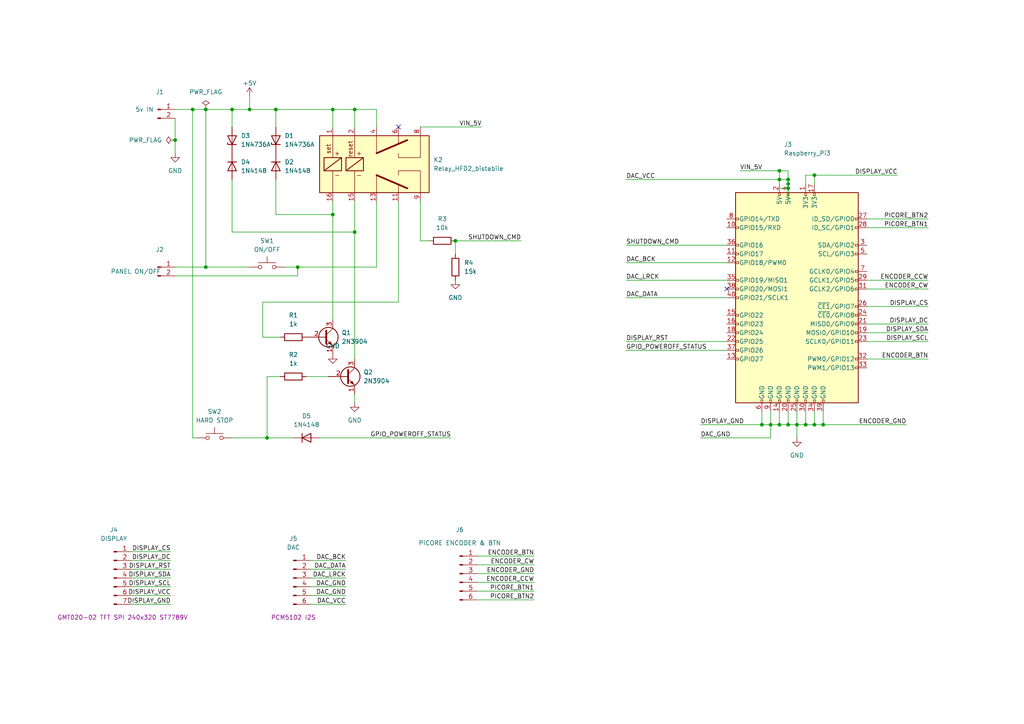
<source format=kicad_sch>
(kicad_sch (version 20230121) (generator eeschema)
  (paper "A4")
  (title_block (title "piCore Hat") (date "2024-02-08") (rev "1.0.0") (company "Ivan Tarozzi") (comment 2 "itarozzi@gmail.com") (comment 3 "ivan.tarozzi@fablabromagna.org"))
  (lib_symbols
    (symbol "Connector:Conn_01x02_Pin" (pin_names (offset 1.016) hide)
      (property "Reference" "J" (at 0 2.54 0))
      (property "Value" "Conn_01x02_Pin" (at 0 -5.08 0))
      (symbol "Conn_01x02_Pin_1_1"
        (polyline (pts (xy 1.27 -2.54) (xy 0.8636 -2.54)) (stroke (width 0.1524)))
        (polyline (pts (xy 1.27 0) (xy 0.8636 0)) (stroke (width 0.1524)))
        (rectangle (start 0.8636 -2.413) (end 0 -2.667) (stroke (width 0.1524)) (fill (type outline)))
        (rectangle (start 0.8636 0.127) (end 0 -0.127) (stroke (width 0.1524)) (fill (type outline)))
        (pin passive line (at 5.08 0 180) (length 3.81) (name "Pin_1") (number "1"))
        (pin passive line (at 5.08 -2.54 180) (length 3.81) (name "Pin_2") (number "2"))
      )
    )
    (symbol "Connector:Conn_01x06_Pin" (pin_names (offset 1.016) hide)
      (property "Reference" "J" (at 0 7.62 0))
      (property "Value" "Conn_01x06_Pin" (at 0 -10.16 0))
      (symbol "Conn_01x06_Pin_1_1"
        (polyline (pts (xy 1.27 -7.62) (xy 0.8636 -7.62)) (stroke (width 0.1524)))
        (polyline (pts (xy 1.27 -5.08) (xy 0.8636 -5.08)) (stroke (width 0.1524)))
        (polyline (pts (xy 1.27 -2.54) (xy 0.8636 -2.54)) (stroke (width 0.1524)))
        (polyline (pts (xy 1.27 0) (xy 0.8636 0)) (stroke (width 0.1524)))
        (polyline (pts (xy 1.27 2.54) (xy 0.8636 2.54)) (stroke (width 0.1524)))
        (polyline (pts (xy 1.27 5.08) (xy 0.8636 5.08)) (stroke (width 0.1524)))
        (rectangle (start 0.8636 -7.493) (end 0 -7.747) (stroke (width 0.1524)) (fill (type outline)))
        (rectangle (start 0.8636 -4.953) (end 0 -5.207) (stroke (width 0.1524)) (fill (type outline)))
        (rectangle (start 0.8636 -2.413) (end 0 -2.667) (stroke (width 0.1524)) (fill (type outline)))
        (rectangle (start 0.8636 0.127) (end 0 -0.127) (stroke (width 0.1524)) (fill (type outline)))
        (rectangle (start 0.8636 2.667) (end 0 2.413) (stroke (width 0.1524)) (fill (type outline)))
        (rectangle (start 0.8636 5.207) (end 0 4.953) (stroke (width 0.1524)) (fill (type outline)))
        (pin passive line (at 5.08 5.08 180) (length 3.81) (name "Pin_1") (number "1"))
        (pin passive line (at 5.08 2.54 180) (length 3.81) (name "Pin_2") (number "2"))
        (pin passive line (at 5.08 0 180) (length 3.81) (name "Pin_3") (number "3"))
        (pin passive line (at 5.08 -2.54 180) (length 3.81) (name "Pin_4") (number "4"))
        (pin passive line (at 5.08 -5.08 180) (length 3.81) (name "Pin_5") (number "5"))
        (pin passive line (at 5.08 -7.62 180) (length 3.81) (name "Pin_6") (number "6"))
      )
    )
    (symbol "Connector:Conn_01x07_Pin" (pin_names (offset 1.016) hide)
      (property "Reference" "J" (at 0 10.16 0))
      (property "Value" "Conn_01x07_Pin" (at 0 -10.16 0))
      (symbol "Conn_01x07_Pin_1_1"
        (polyline (pts (xy 1.27 -7.62) (xy 0.8636 -7.62)) (stroke (width 0.1524)))
        (polyline (pts (xy 1.27 -5.08) (xy 0.8636 -5.08)) (stroke (width 0.1524)))
        (polyline (pts (xy 1.27 -2.54) (xy 0.8636 -2.54)) (stroke (width 0.1524)))
        (polyline (pts (xy 1.27 0) (xy 0.8636 0)) (stroke (width 0.1524)))
        (polyline (pts (xy 1.27 2.54) (xy 0.8636 2.54)) (stroke (width 0.1524)))
        (polyline (pts (xy 1.27 5.08) (xy 0.8636 5.08)) (stroke (width 0.1524)))
        (polyline (pts (xy 1.27 7.62) (xy 0.8636 7.62)) (stroke (width 0.1524)))
        (rectangle (start 0.8636 -7.493) (end 0 -7.747) (stroke (width 0.1524)) (fill (type outline)))
        (rectangle (start 0.8636 -4.953) (end 0 -5.207) (stroke (width 0.1524)) (fill (type outline)))
        (rectangle (start 0.8636 -2.413) (end 0 -2.667) (stroke (width 0.1524)) (fill (type outline)))
        (rectangle (start 0.8636 0.127) (end 0 -0.127) (stroke (width 0.1524)) (fill (type outline)))
        (rectangle (start 0.8636 2.667) (end 0 2.413) (stroke (width 0.1524)) (fill (type outline)))
        (rectangle (start 0.8636 5.207) (end 0 4.953) (stroke (width 0.1524)) (fill (type outline)))
        (rectangle (start 0.8636 7.747) (end 0 7.493) (stroke (width 0.1524)) (fill (type outline)))
        (pin passive line (at 5.08 7.62 180) (length 3.81) (name "Pin_1") (number "1"))
        (pin passive line (at 5.08 5.08 180) (length 3.81) (name "Pin_2") (number "2"))
        (pin passive line (at 5.08 2.54 180) (length 3.81) (name "Pin_3") (number "3"))
        (pin passive line (at 5.08 0 180) (length 3.81) (name "Pin_4") (number "4"))
        (pin passive line (at 5.08 -2.54 180) (length 3.81) (name "Pin_5") (number "5"))
        (pin passive line (at 5.08 -5.08 180) (length 3.81) (name "Pin_6") (number "6"))
        (pin passive line (at 5.08 -7.62 180) (length 3.81) (name "Pin_7") (number "7"))
      )
    )
    (symbol "Connector:Raspberry_Pi_2_3" (pin_names (offset 1.016))
      (property "Reference" "J" (at -17.78 31.75 0))
      (property "Value" "Raspberry_Pi_2_3" (at 10.16 -31.75 0))
      (symbol "Raspberry_Pi_2_3_0_1"
        (rectangle (start -17.78 30.48) (end 17.78 -30.48) (stroke (width 0.254)) (fill (type background)))
      )
      (symbol "Raspberry_Pi_2_3_1_1"
        (rectangle (start -16.891 -17.526) (end -17.78 -18.034))
        (rectangle (start -16.891 -14.986) (end -17.78 -15.494))
        (rectangle (start -16.891 -12.446) (end -17.78 -12.954))
        (rectangle (start -16.891 -9.906) (end -17.78 -10.414))
        (rectangle (start -16.891 -7.366) (end -17.78 -7.874))
        (rectangle (start -16.891 -4.826) (end -17.78 -5.334))
        (rectangle (start -16.891 0.254) (end -17.78 -0.254))
        (rectangle (start -16.891 2.794) (end -17.78 2.286))
        (rectangle (start -16.891 5.334) (end -17.78 4.826))
        (rectangle (start -16.891 10.414) (end -17.78 9.906))
        (rectangle (start -16.891 12.954) (end -17.78 12.446))
        (rectangle (start -16.891 15.494) (end -17.78 14.986))
        (rectangle (start -16.891 20.574) (end -17.78 20.066))
        (rectangle (start -16.891 23.114) (end -17.78 22.606))
        (rectangle (start -10.414 -29.591) (end -9.906 -30.48))
        (rectangle (start -7.874 -29.591) (end -7.366 -30.48))
        (rectangle (start -5.334 -29.591) (end -4.826 -30.48))
        (rectangle (start -5.334 30.48) (end -4.826 29.591))
        (rectangle (start -2.794 -29.591) (end -2.286 -30.48))
        (rectangle (start -2.794 30.48) (end -2.286 29.591))
        (rectangle (start -0.254 -29.591) (end 0.254 -30.48))
        (rectangle (start 2.286 -29.591) (end 2.794 -30.48))
        (rectangle (start 2.286 30.48) (end 2.794 29.591))
        (rectangle (start 4.826 -29.591) (end 5.334 -30.48))
        (rectangle (start 4.826 30.48) (end 5.334 29.591))
        (rectangle (start 7.366 -29.591) (end 7.874 -30.48))
        (rectangle (start 17.78 -20.066) (end 16.891 -20.574))
        (rectangle (start 17.78 -17.526) (end 16.891 -18.034))
        (rectangle (start 17.78 -12.446) (end 16.891 -12.954))
        (rectangle (start 17.78 -9.906) (end 16.891 -10.414))
        (rectangle (start 17.78 -7.366) (end 16.891 -7.874))
        (rectangle (start 17.78 -4.826) (end 16.891 -5.334))
        (rectangle (start 17.78 -2.286) (end 16.891 -2.794))
        (rectangle (start 17.78 2.794) (end 16.891 2.286))
        (rectangle (start 17.78 5.334) (end 16.891 4.826))
        (rectangle (start 17.78 7.874) (end 16.891 7.366))
        (rectangle (start 17.78 12.954) (end 16.891 12.446))
        (rectangle (start 17.78 15.494) (end 16.891 14.986))
        (rectangle (start 17.78 20.574) (end 16.891 20.066))
        (rectangle (start 17.78 23.114) (end 16.891 22.606))
        (pin power_in line (at 2.54 33.02 270) (length 2.54) (name "3V3") (number "1"))
        (pin bidirectional line (at -20.32 20.32 0) (length 2.54) (name "GPIO15/RXD") (number "10"))
        (pin bidirectional line (at -20.32 12.7 0) (length 2.54) (name "GPIO17") (number "11"))
        (pin bidirectional line (at -20.32 10.16 0) (length 2.54) (name "GPIO18/PWM0") (number "12"))
        (pin bidirectional line (at -20.32 -17.78 0) (length 2.54) (name "GPIO27") (number "13"))
        (pin power_in line (at -5.08 -33.02 90) (length 2.54) (name "GND") (number "14"))
        (pin bidirectional line (at -20.32 -5.08 0) (length 2.54) (name "GPIO22") (number "15"))
        (pin bidirectional line (at -20.32 -7.62 0) (length 2.54) (name "GPIO23") (number "16"))
        (pin power_in line (at 5.08 33.02 270) (length 2.54) (name "3V3") (number "17"))
        (pin bidirectional line (at -20.32 -10.16 0) (length 2.54) (name "GPIO24") (number "18"))
        (pin bidirectional line (at 20.32 -10.16 180) (length 2.54) (name "MOSI0/GPIO10") (number "19"))
        (pin power_in line (at -5.08 33.02 270) (length 2.54) (name "5V") (number "2"))
        (pin power_in line (at -2.54 -33.02 90) (length 2.54) (name "GND") (number "20"))
        (pin bidirectional line (at 20.32 -7.62 180) (length 2.54) (name "MISO0/GPIO9") (number "21"))
        (pin bidirectional line (at -20.32 -12.7 0) (length 2.54) (name "GPIO25") (number "22"))
        (pin bidirectional line (at 20.32 -12.7 180) (length 2.54) (name "SCLK0/GPIO11") (number "23"))
        (pin bidirectional line (at 20.32 -5.08 180) (length 2.54) (name "~{CE0}/GPIO8") (number "24"))
        (pin power_in line (at 0 -33.02 90) (length 2.54) (name "GND") (number "25"))
        (pin bidirectional line (at 20.32 -2.54 180) (length 2.54) (name "~{CE1}/GPIO7") (number "26"))
        (pin bidirectional line (at 20.32 22.86 180) (length 2.54) (name "ID_SD/GPIO0") (number "27"))
        (pin bidirectional line (at 20.32 20.32 180) (length 2.54) (name "ID_SC/GPIO1") (number "28"))
        (pin bidirectional line (at 20.32 5.08 180) (length 2.54) (name "GCLK1/GPIO5") (number "29"))
        (pin bidirectional line (at 20.32 15.24 180) (length 2.54) (name "SDA/GPIO2") (number "3"))
        (pin power_in line (at 2.54 -33.02 90) (length 2.54) (name "GND") (number "30"))
        (pin bidirectional line (at 20.32 2.54 180) (length 2.54) (name "GCLK2/GPIO6") (number "31"))
        (pin bidirectional line (at 20.32 -17.78 180) (length 2.54) (name "PWM0/GPIO12") (number "32"))
        (pin bidirectional line (at 20.32 -20.32 180) (length 2.54) (name "PWM1/GPIO13") (number "33"))
        (pin power_in line (at 5.08 -33.02 90) (length 2.54) (name "GND") (number "34"))
        (pin bidirectional line (at -20.32 5.08 0) (length 2.54) (name "GPIO19/MISO1") (number "35"))
        (pin bidirectional line (at -20.32 15.24 0) (length 2.54) (name "GPIO16") (number "36"))
        (pin bidirectional line (at -20.32 -15.24 0) (length 2.54) (name "GPIO26") (number "37"))
        (pin bidirectional line (at -20.32 2.54 0) (length 2.54) (name "GPIO20/MOSI1") (number "38"))
        (pin power_in line (at 7.62 -33.02 90) (length 2.54) (name "GND") (number "39"))
        (pin power_in line (at -2.54 33.02 270) (length 2.54) (name "5V") (number "4"))
        (pin bidirectional line (at -20.32 0 0) (length 2.54) (name "GPIO21/SCLK1") (number "40"))
        (pin bidirectional line (at 20.32 12.7 180) (length 2.54) (name "SCL/GPIO3") (number "5"))
        (pin power_in line (at -10.16 -33.02 90) (length 2.54) (name "GND") (number "6"))
        (pin bidirectional line (at 20.32 7.62 180) (length 2.54) (name "GCLK0/GPIO4") (number "7"))
        (pin bidirectional line (at -20.32 22.86 0) (length 2.54) (name "GPIO14/TXD") (number "8"))
        (pin power_in line (at -7.62 -33.02 90) (length 2.54) (name "GND") (number "9"))
      )
    )
    (symbol "Device:D_Zener" (pin_numbers hide) (pin_names (offset 1.016) hide)
      (property "Reference" "D" (at 0 2.54 0))
      (property "Value" "D_Zener" (at 0 -2.54 0))
      (symbol "D_Zener_0_1"
        (polyline (pts (xy 1.27 0) (xy -1.27 0)))
        (polyline (pts (xy -1.27 -1.27) (xy -1.27 1.27) (xy -0.762 1.27)) (stroke (width 0.254)))
        (polyline (pts (xy 1.27 -1.27) (xy 1.27 1.27) (xy -1.27 0) (xy 1.27 -1.27)) (stroke (width 0.254)))
      )
      (symbol "D_Zener_1_1"
        (pin passive line (at -3.81 0 0) (length 2.54) (name "K") (number "1"))
        (pin passive line (at 3.81 0 180) (length 2.54) (name "A") (number "2"))
      )
    )
    (symbol "Device:R" (pin_numbers hide) (pin_names (offset 0))
      (property "Reference" "R" (at 2.032 0 90))
      (property "Value" "R" (at 0 0 90))
      (symbol "R_0_1"
        (rectangle (start -1.016 -2.54) (end 1.016 2.54) (stroke (width 0.254)))
      )
      (symbol "R_1_1"
        (pin passive line (at 0 3.81 270) (length 1.27) (name "~") (number "1"))
        (pin passive line (at 0 -3.81 90) (length 1.27) (name "~") (number "2"))
      )
    )
    (symbol "Diode:1N4148" (pin_numbers hide) (pin_names hide)
      (property "Reference" "D" (at 0 2.54 0))
      (property "Value" "1N4148" (at 0 -2.54 0))
      (symbol "1N4148_0_1"
        (polyline (pts (xy -1.27 1.27) (xy -1.27 -1.27)) (stroke (width 0.254)))
        (polyline (pts (xy 1.27 0) (xy -1.27 0)))
        (polyline (pts (xy 1.27 1.27) (xy 1.27 -1.27) (xy -1.27 0) (xy 1.27 1.27)) (stroke (width 0.254)))
      )
      (symbol "1N4148_1_1"
        (pin passive line (at -3.81 0 0) (length 2.54) (name "K") (number "1"))
        (pin passive line (at 3.81 0 180) (length 2.54) (name "A") (number "2"))
      )
    )
    (symbol "Switch:SW_Push" (pin_numbers hide) (pin_names (offset 1.016) hide)
      (property "Reference" "SW" (at 1.27 2.54 0))
      (property "Value" "SW_Push" (at 0 -1.524 0))
      (symbol "SW_Push_0_1"
        (circle (center -2.032 0) (radius 0.508))
        (polyline (pts (xy 0 1.27) (xy 0 3.048)))
        (polyline (pts (xy 2.54 1.27) (xy -2.54 1.27)))
        (circle (center 2.032 0) (radius 0.508))
        (pin passive line (at -5.08 0 0) (length 2.54) (name "1") (number "1"))
        (pin passive line (at 5.08 0 180) (length 2.54) (name "2") (number "2"))
      )
    )
    (symbol "Transistor_BJT:2N3904" (pin_names (offset 0) hide)
      (property "Reference" "Q" (at 5.08 1.905 0))
      (property "Value" "2N3904" (at 5.08 0 0))
      (symbol "2N3904_0_1"
        (polyline (pts (xy 0.635 0.635) (xy 2.54 2.54)))
        (polyline (pts (xy 0.635 -0.635) (xy 2.54 -2.54) (xy 2.54 -2.54)))
        (polyline (pts (xy 0.635 1.905) (xy 0.635 -1.905) (xy 0.635 -1.905)) (stroke (width 0.508)))
        (polyline (pts (xy 1.27 -1.778) (xy 1.778 -1.27) (xy 2.286 -2.286) (xy 1.27 -1.778) (xy 1.27 -1.778)) (fill (type outline)))
        (circle (center 1.27 0) (radius 2.8194) (stroke (width 0.254)))
      )
      (symbol "2N3904_1_1"
        (pin passive line (at 2.54 -5.08 90) (length 2.54) (name "E") (number "1"))
        (pin passive line (at -5.08 0 0) (length 5.715) (name "B") (number "2"))
        (pin passive line (at 2.54 5.08 270) (length 2.54) (name "C") (number "3"))
      )
    )
    (symbol "mycomponents:Relay_HFD2_bistabile"
      (property "Reference" "K" (at 16.51 3.81 0))
      (property "Value" "Relay_HFD2_bistabile" (at 16.51 1.27 0))
      (symbol "Relay_HFD2_bistabile_0_1"
        (rectangle (start -16.51 5.08) (end 15.24 -11.43) (stroke (width 0.254)) (fill (type background)))
        (rectangle (start -15.24 -1.27) (end -10.16 -5.08) (stroke (width 0.254)))
        (rectangle (start -8.89 -1.27) (end -3.81 -5.08) (stroke (width 0.254)))
        (polyline (pts (xy -15.24 -5.08) (xy -10.16 -1.27)) (stroke (width 0.254)))
        (polyline (pts (xy -12.7 -11.43) (xy -12.7 -5.08)))
        (polyline (pts (xy -12.7 5.08) (xy -12.7 -1.27)))
        (polyline (pts (xy -8.89 -5.08) (xy -3.81 -1.27)) (stroke (width 0.254)))
        (polyline (pts (xy -6.35 -11.43) (xy -6.35 -5.08)))
        (polyline (pts (xy -6.35 5.08) (xy -6.35 -1.27)))
        (polyline (pts (xy 0 -6.35) (xy 0 -11.43)))
        (polyline (pts (xy 0 0) (xy 0 5.08)))
        (polyline (pts (xy 6.35 -11.43) (xy 6.35 -8.89)))
        (polyline (pts (xy 6.35 5.08) (xy 6.35 2.54)))
        (polyline (pts (xy 8.89 -10.16) (xy 0 -6.35)) (stroke (width 0.508)))
        (polyline (pts (xy 8.89 3.81) (xy 0 0)) (stroke (width 0.508)))
        (polyline (pts (xy 6.35 -6.35) (xy 6.35 -5.08) (xy 12.7 -5.08) (xy 12.7 -11.43)))
        (polyline (pts (xy 6.35 0) (xy 6.35 -1.27) (xy 12.7 -1.27) (xy 12.7 5.08)))
      )
      (symbol "Relay_HFD2_bistabile_1_1"
        (text "+" (at -11.43 0 0) (effects (font (size 1.27 1.27))))
        (text "+" (at -5.08 0 0) (effects (font (size 1.27 1.27))))
        (text "-" (at -11.43 -6.35 0) (effects (font (size 1.27 1.27))))
        (text "-" (at -5.08 -6.35 0) (effects (font (size 1.27 1.27))))
        (text "reset" (at -7.62 1.27 900) (effects (font (size 1.27 1.27))))
        (text "set" (at -13.97 1.27 900) (effects (font (size 1.27 1.27))))
        (pin passive line (at -12.7 7.62 270) (length 2.54) (name "~") (number "1"))
        (pin passive line (at 6.35 -13.97 90) (length 2.54) (name "~") (number "11"))
        (pin passive line (at 0 -13.97 90) (length 2.54) (name "~") (number "13"))
        (pin passive line (at -6.35 -13.97 90) (length 2.54) (name "") (number "15"))
        (pin passive line (at -12.7 -13.97 90) (length 2.54) (name "") (number "16"))
        (pin passive line (at -6.35 7.62 270) (length 2.54) (name "~") (number "2"))
        (pin passive line (at 0 7.62 270) (length 2.54) (name "~") (number "4"))
        (pin passive line (at 6.35 7.62 270) (length 2.54) (name "~") (number "6"))
        (pin passive line (at 12.7 7.62 270) (length 2.54) (name "") (number "8"))
        (pin passive line (at 12.7 -13.97 90) (length 2.54) (name "") (number "9"))
      )
    )
    (symbol "power:+5V" (power) (pin_names (offset 0))
      (property "Value" "+5V" (at 0 3.556 0))
      (symbol "+5V_0_1"
        (polyline (pts (xy -0.762 1.27) (xy 0 2.54)))
        (polyline (pts (xy 0 0) (xy 0 2.54)))
        (polyline (pts (xy 0 2.54) (xy 0.762 1.27)))
      )
      (symbol "+5V_1_1"
        (pin power_in line (at 0 0 90) (length 0) hide (name "+5V") (number "1"))
      )
    )
    (symbol "power:GND" (power) (pin_names (offset 0))
      (property "Value" "GND" (at 0 -3.81 0))
      (symbol "GND_0_1"
        (polyline (pts (xy 0 0) (xy 0 -1.27) (xy 1.27 -1.27) (xy 0 -2.54) (xy -1.27 -1.27) (xy 0 -1.27)))
      )
      (symbol "GND_1_1"
        (pin power_in line (at 0 0 270) (length 0) hide (name "GND") (number "1"))
      )
    )
    (symbol "power:PWR_FLAG" (power) (pin_numbers hide) (pin_names (offset 0) hide)
      (property "Value" "PWR_FLAG" (at 0 3.81 0))
      (symbol "PWR_FLAG_0_0"
        (pin power_out line (at 0 0 90) (length 0) (name "pwr") (number "1"))
      )
      (symbol "PWR_FLAG_0_1"
        (polyline (pts (xy 0 0) (xy 0 1.27) (xy -1.016 1.905) (xy 0 2.54) (xy 1.016 1.905) (xy 0 1.27)))
      )
    )
  )
  (junction (at 223.52 123.19))
  (junction (at 67.31 31.75))
  (junction (at 50.8 40.64))
  (junction (at 102.87 67.31))
  (junction (at 226.06 52.07))
  (junction (at 231.14 123.19))
  (junction (at 228.6 123.19))
  (junction (at 55.88 31.75))
  (junction (at 236.22 50.8))
  (junction (at 96.52 62.23))
  (junction (at 80.01 31.75))
  (junction (at 72.39 31.75))
  (junction (at 228.6 54.61))
  (junction (at 220.98 123.19))
  (junction (at 226.06 49.53))
  (junction (at 86.36 77.47))
  (junction (at 96.52 31.75))
  (junction (at 59.69 77.47))
  (junction (at 59.69 31.75))
  (junction (at 236.22 123.19))
  (junction (at 228.6 52.07))
  (junction (at 228.6 53.34))
  (junction (at 238.76 123.19))
  (junction (at 132.08 69.85))
  (junction (at 77.47 127))
  (junction (at 226.06 123.19))
  (junction (at 102.87 31.75))
  (junction (at 233.68 123.19))
  (no_connect (at 210.82 83.82))
  (no_connect (at 115.57 36.83))
  (wire (pts (xy 228.6 53.34) (xy 228.6 52.07)))
  (wire (pts (xy 38.1 175.26) (xy 49.53 175.26)))
  (wire (pts (xy 228.6 52.07) (xy 226.06 52.07)))
  (wire (pts (xy 67.31 127) (xy 77.47 127)))
  (wire (pts (xy 80.01 62.23) (xy 80.01 52.07)))
  (wire (pts (xy 251.46 63.5) (xy 269.24 63.5)))
  (wire (pts (xy 181.61 52.07) (xy 226.06 52.07)))
  (wire (pts (xy 251.46 99.06) (xy 269.24 99.06)))
  (wire (pts (xy 77.47 127) (xy 85.09 127)))
  (wire (pts (xy 231.14 123.19) (xy 231.14 127)))
  (wire (pts (xy 220.98 119.38) (xy 220.98 123.19)))
  (wire (pts (xy 181.61 76.2) (xy 210.82 76.2)))
  (wire (pts (xy 181.61 86.36) (xy 210.82 86.36)))
  (wire (pts (xy 228.6 54.61) (xy 228.6 53.34)))
  (wire (pts (xy 251.46 81.28) (xy 269.24 81.28)))
  (wire (pts (xy 67.31 52.07) (xy 67.31 67.31)))
  (wire (pts (xy 90.17 170.18) (xy 100.33 170.18)))
  (wire (pts (xy 86.36 77.47) (xy 109.22 77.47)))
  (wire (pts (xy 233.68 123.19) (xy 236.22 123.19)))
  (wire (pts (xy 251.46 93.98) (xy 269.24 93.98)))
  (wire (pts (xy 238.76 123.19) (xy 236.22 123.19)))
  (wire (pts (xy 90.17 165.1) (xy 100.33 165.1)))
  (wire (pts (xy 138.43 173.99) (xy 154.94 173.99)))
  (wire (pts (xy 109.22 31.75) (xy 109.22 36.83)))
  (wire (pts (xy 102.87 116.84) (xy 102.87 114.3)))
  (wire (pts (xy 38.1 172.72) (xy 49.53 172.72)))
  (wire (pts (xy 214.63 49.53) (xy 226.06 49.53)))
  (wire (pts (xy 228.6 52.07) (xy 228.6 49.53)))
  (wire (pts (xy 138.43 166.37) (xy 154.94 166.37)))
  (wire (pts (xy 109.22 77.47) (xy 109.22 58.42)))
  (wire (pts (xy 102.87 58.42) (xy 102.87 67.31)))
  (wire (pts (xy 96.52 58.42) (xy 96.52 62.23)))
  (wire (pts (xy 251.46 96.52) (xy 269.24 96.52)))
  (wire (pts (xy 80.01 31.75) (xy 96.52 31.75)))
  (wire (pts (xy 67.31 67.31) (xy 102.87 67.31)))
  (wire (pts (xy 181.61 81.28) (xy 210.82 81.28)))
  (wire (pts (xy 233.68 119.38) (xy 233.68 123.19)))
  (wire (pts (xy 92.71 127) (xy 130.81 127)))
  (wire (pts (xy 233.68 53.34) (xy 233.68 50.8)))
  (wire (pts (xy 38.1 160.02) (xy 49.53 160.02)))
  (wire (pts (xy 80.01 31.75) (xy 72.39 31.75)))
  (wire (pts (xy 181.61 71.12) (xy 210.82 71.12)))
  (wire (pts (xy 38.1 167.64) (xy 49.53 167.64)))
  (wire (pts (xy 50.8 34.29) (xy 50.8 40.64)))
  (wire (pts (xy 115.57 58.42) (xy 115.57 87.63)))
  (wire (pts (xy 90.17 175.26) (xy 100.33 175.26)))
  (wire (pts (xy 238.76 123.19) (xy 262.89 123.19)))
  (wire (pts (xy 181.61 101.6) (xy 210.82 101.6)))
  (wire (pts (xy 77.47 109.22) (xy 81.28 109.22)))
  (wire (pts (xy 38.1 162.56) (xy 49.53 162.56)))
  (wire (pts (xy 228.6 119.38) (xy 228.6 123.19)))
  (wire (pts (xy 90.17 162.56) (xy 100.33 162.56)))
  (wire (pts (xy 228.6 54.61) (xy 226.06 54.61)))
  (wire (pts (xy 76.2 87.63) (xy 76.2 97.79)))
  (wire (pts (xy 228.6 49.53) (xy 226.06 49.53)))
  (wire (pts (xy 121.92 69.85) (xy 121.92 58.42)))
  (wire (pts (xy 102.87 31.75) (xy 102.87 36.83)))
  (wire (pts (xy 226.06 119.38) (xy 226.06 123.19)))
  (wire (pts (xy 88.9 109.22) (xy 95.25 109.22)))
  (wire (pts (xy 138.43 168.91) (xy 154.94 168.91)))
  (wire (pts (xy 228.6 54.61) (xy 228.6 58.42)))
  (wire (pts (xy 50.8 40.64) (xy 50.8 44.45)))
  (wire (pts (xy 223.52 119.38) (xy 223.52 123.19)))
  (wire (pts (xy 72.39 27.94) (xy 72.39 31.75)))
  (wire (pts (xy 86.36 80.01) (xy 86.36 77.47)))
  (wire (pts (xy 102.87 67.31) (xy 102.87 104.14)))
  (wire (pts (xy 236.22 50.8) (xy 236.22 53.34)))
  (wire (pts (xy 251.46 66.04) (xy 269.24 66.04)))
  (wire (pts (xy 80.01 62.23) (xy 96.52 62.23)))
  (wire (pts (xy 121.92 36.83) (xy 139.7 36.83)))
  (wire (pts (xy 226.06 123.19) (xy 223.52 123.19)))
  (wire (pts (xy 76.2 97.79) (xy 81.28 97.79)))
  (wire (pts (xy 90.17 172.72) (xy 100.33 172.72)))
  (wire (pts (xy 90.17 167.64) (xy 100.33 167.64)))
  (wire (pts (xy 203.2 127) (xy 223.52 127)))
  (wire (pts (xy 203.2 123.19) (xy 220.98 123.19)))
  (wire (pts (xy 251.46 83.82) (xy 269.24 83.82)))
  (wire (pts (xy 50.8 77.47) (xy 59.69 77.47)))
  (wire (pts (xy 238.76 119.38) (xy 238.76 123.19)))
  (wire (pts (xy 55.88 127) (xy 55.88 31.75)))
  (wire (pts (xy 96.52 62.23) (xy 96.52 92.71)))
  (wire (pts (xy 102.87 31.75) (xy 109.22 31.75)))
  (wire (pts (xy 231.14 123.19) (xy 233.68 123.19)))
  (wire (pts (xy 115.57 87.63) (xy 76.2 87.63)))
  (wire (pts (xy 59.69 31.75) (xy 59.69 77.47)))
  (wire (pts (xy 138.43 161.29) (xy 154.94 161.29)))
  (wire (pts (xy 38.1 170.18) (xy 49.53 170.18)))
  (wire (pts (xy 138.43 163.83) (xy 154.94 163.83)))
  (wire (pts (xy 77.47 109.22) (xy 77.47 127)))
  (wire (pts (xy 231.14 119.38) (xy 231.14 123.19)))
  (wire (pts (xy 251.46 88.9) (xy 269.24 88.9)))
  (wire (pts (xy 226.06 49.53) (xy 226.06 52.07)))
  (wire (pts (xy 251.46 104.14) (xy 269.24 104.14)))
  (wire (pts (xy 181.61 99.06) (xy 210.82 99.06)))
  (wire (pts (xy 233.68 50.8) (xy 236.22 50.8)))
  (wire (pts (xy 38.1 165.1) (xy 49.53 165.1)))
  (wire (pts (xy 59.69 31.75) (xy 67.31 31.75)))
  (wire (pts (xy 226.06 52.07) (xy 226.06 53.34)))
  (wire (pts (xy 55.88 127) (xy 57.15 127)))
  (wire (pts (xy 82.55 77.47) (xy 86.36 77.47)))
  (wire (pts (xy 236.22 50.8) (xy 260.35 50.8)))
  (wire (pts (xy 124.46 69.85) (xy 121.92 69.85)))
  (wire (pts (xy 223.52 127) (xy 223.52 123.19)))
  (wire (pts (xy 96.52 31.75) (xy 102.87 31.75)))
  (wire (pts (xy 50.8 80.01) (xy 86.36 80.01)))
  (wire (pts (xy 67.31 31.75) (xy 72.39 31.75)))
  (wire (pts (xy 50.8 31.75) (xy 55.88 31.75)))
  (wire (pts (xy 96.52 31.75) (xy 96.52 36.83)))
  (wire (pts (xy 236.22 119.38) (xy 236.22 123.19)))
  (wire (pts (xy 138.43 171.45) (xy 154.94 171.45)))
  (wire (pts (xy 80.01 31.75) (xy 80.01 36.83)))
  (wire (pts (xy 132.08 69.85) (xy 151.13 69.85)))
  (wire (pts (xy 67.31 31.75) (xy 67.31 36.83)))
  (wire (pts (xy 228.6 123.19) (xy 226.06 123.19)))
  (wire (pts (xy 132.08 69.85) (xy 132.08 73.66)))
  (wire (pts (xy 231.14 123.19) (xy 228.6 123.19)))
  (wire (pts (xy 55.88 31.75) (xy 59.69 31.75)))
  (wire (pts (xy 59.69 77.47) (xy 72.39 77.47)))
  (wire (pts (xy 223.52 123.19) (xy 220.98 123.19)))
  (label "DISPLAY_SCL" (at 49.53 170.18 180))
  (label "ENCODER_CCW" (at 154.94 168.91 180))
  (label "SHUTDOWN_CMD" (at 181.61 71.12 0))
  (label "DAC_DATA" (at 181.61 86.36 0))
  (label "PICORE_BTN2" (at 154.94 173.99 180))
  (label "ENCODER_BTN" (at 154.94 161.29 180))
  (label "PICORE_BTN1" (at 154.94 171.45 180))
  (label "DISPLAY_VCC" (at 49.53 172.72 180))
  (label "DAC_BCK" (at 100.33 162.56 180))
  (label "DISPLAY_SDA" (at 49.53 167.64 180))
  (label "DAC_VCC" (at 100.33 175.26 180))
  (label "DISPLAY_DC" (at 49.53 162.56 180))
  (label "PICORE_BTN2" (at 269.24 63.5 180))
  (label "PICORE_BTN1" (at 269.24 66.04 180))
  (label "DISPLAY_GND" (at 203.2 123.19 0))
  (label "DISPLAY_CS" (at 49.53 160.02 180))
  (label "DAC_VCC" (at 181.61 52.07 0))
  (label "DISPLAY_RST" (at 49.53 165.1 180))
  (label "DAC_LRCK" (at 181.61 81.28 0))
  (label "ENCODER_GND" (at 262.89 123.19 180))
  (label "ENCODER_BTN" (at 269.24 104.14 180))
  (label "ENCODER_CW" (at 269.24 83.82 180))
  (label "DISPLAY_VCC" (at 260.35 50.8 180))
  (label "GPIO_POWEROFF_STATUS" (at 130.81 127 180))
  (label "DISPLAY_CS" (at 269.24 88.9 180))
  (label "DAC_GND" (at 100.33 172.72 180))
  (label "DISPLAY_RST" (at 181.61 99.06 0))
  (label "DAC_BCK" (at 181.61 76.2 0))
  (label "DISPLAY_SDA" (at 269.24 96.52 180))
  (label "DISPLAY_DC" (at 269.24 93.98 180))
  (label "DAC_DATA" (at 100.33 165.1 180))
  (label "DAC_LRCK" (at 100.33 167.64 180))
  (label "ENCODER_CW" (at 154.94 163.83 180))
  (label "DAC_GND" (at 203.2 127 0))
  (label "DAC_GND" (at 100.33 170.18 180))
  (label "DISPLAY_SCL" (at 269.24 99.06 180))
  (label "VIN_5V" (at 214.63 49.53 0))
  (label "ENCODER_CCW" (at 269.24 81.28 180))
  (label "ENCODER_GND" (at 154.94 166.37 180))
  (label "DISPLAY_GND" (at 49.53 175.26 180))
  (label "SHUTDOWN_CMD" (at 151.13 69.85 180))
  (label "VIN_5V" (at 139.7 36.83 180))
  (label "GPIO_POWEROFF_STATUS" (at 181.61 101.6 0))
  (symbol (lib_id "Connector:Raspberry_Pi_2_3") (at 231.14 86.36 0) (unit 1)
    (property "Reference" "J3" (at 227.33 41.91 0) (effects (justify left)))
    (property "Value" "Raspberry_Pi3" (at 227.33 44.45 0) (effects (justify left)))
    (property "Footprint" "Connector_PinSocket_2.54mm:PinSocket_2x20_P2.54mm_Vertical" (effects hide))
    (property "Datasheet" "https://www.raspberrypi.org/documentation/hardware/raspberrypi/schematics/rpi_SCH_3bplus_1p0_reduced.pdf" (effects hide))
  )
  (symbol (lib_id "Device:D_Zener") (at 67.31 40.64 90) (unit 1)
    (property "Reference" "D3" (at 69.85 39.37 90) (effects (justify right)))
    (property "Value" "1N4736A" (at 69.85 41.91 90) (effects (justify right)))
    (property "Footprint" "Diode_THT:D_DO-41_SOD81_P7.62mm_Horizontal" (effects hide))
  )
  (symbol (lib_id "Diode:1N4148") (at 88.9 127 0) (unit 1)
    (property "Reference" "D5" (at 88.9 120.65 0))
    (property "Value" "1N4148" (at 88.9 123.19 0))
    (property "Footprint" "Diode_THT:D_DO-35_SOD27_P7.62mm_Horizontal" (effects hide))
    (property "Datasheet" "https://assets.nexperia.com/documents/data-sheet/1N4148_1N4448.pdf" (effects hide))
    (property "Sim.Device" "D" (effects hide))
    (property "Sim.Pins" "1=K 2=A" (effects hide))
  )
  (symbol (lib_id "power:PWR_FLAG") (at 59.69 31.75 0) (unit 1)
    (property "Reference" "#FLG01" (effects hide))
    (property "Value" "PWR_FLAG" (at 59.69 26.67 0))
  )
  (symbol (lib_id "Switch:SW_Push") (at 77.47 77.47 0) (unit 1)
    (property "Reference" "SW1" (at 77.47 69.85 0))
    (property "Value" "ON/OFF" (at 77.47 72.39 0))
    (property "Footprint" "Button_Switch_THT:SW_PUSH_6mm_H4.3mm" (effects hide))
  )
  (symbol (lib_id "power:GND") (at 132.08 81.28 0) (unit 1)
    (property "Reference" "#PWR06" (effects hide))
    (property "Value" "GND" (at 132.08 86.36 0))
  )
  (symbol (lib_id "Transistor_BJT:2N3904") (at 100.33 109.22 0) (unit 1)
    (property "Reference" "Q2" (at 105.41 107.95 0) (effects (justify left)))
    (property "Value" "2N3904" (at 105.41 110.49 0) (effects (justify left)))
    (property "Footprint" "Package_TO_SOT_THT:TO-92_Inline" (effects hide))
    (property "Datasheet" "https://www.onsemi.com/pub/Collateral/2N3903-D.PDF" (effects hide))
  )
  (symbol (lib_id "Diode:1N4148") (at 80.01 48.26 270) (unit 1)
    (property "Reference" "D2" (at 82.55 46.99 90) (effects (justify left)))
    (property "Value" "1N4148" (at 82.55 49.53 90) (effects (justify left)))
    (property "Footprint" "Diode_THT:D_DO-35_SOD27_P7.62mm_Horizontal" (effects hide))
    (property "Datasheet" "https://assets.nexperia.com/documents/data-sheet/1N4148_1N4448.pdf" (effects hide))
    (property "Sim.Device" "D" (effects hide))
    (property "Sim.Pins" "1=K 2=A" (effects hide))
  )
  (symbol (lib_id "Diode:1N4148") (at 67.31 48.26 270) (unit 1)
    (property "Reference" "D4" (at 69.85 46.99 90) (effects (justify left)))
    (property "Value" "1N4148" (at 69.85 49.53 90) (effects (justify left)))
    (property "Footprint" "Diode_THT:D_DO-35_SOD27_P7.62mm_Horizontal" (effects hide))
    (property "Datasheet" "https://assets.nexperia.com/documents/data-sheet/1N4148_1N4448.pdf" (effects hide))
    (property "Sim.Device" "D" (effects hide))
    (property "Sim.Pins" "1=K 2=A" (effects hide))
  )
  (symbol (lib_id "power:GND") (at 102.87 116.84 0) (unit 1)
    (property "Reference" "#PWR05" (effects hide))
    (property "Value" "GND" (at 102.87 121.92 0))
  )
  (symbol (lib_id "Device:R") (at 85.09 97.79 90) (unit 1)
    (property "Reference" "R1" (at 85.09 91.44 90))
    (property "Value" "1k" (at 85.09 93.98 90))
    (property "Footprint" "Resistor_THT:R_Axial_DIN0207_L6.3mm_D2.5mm_P7.62mm_Horizontal" (effects hide))
  )
  (symbol (lib_id "Connector:Conn_01x02_Pin") (at 45.72 31.75 0) (unit 1)
    (property "Reference" "J1" (at 46.355 26.67 0))
    (property "Value" "5v IN" (at 41.91 31.75 0))
    (property "Footprint" "Connector_JST:JST_EH_B2B-EH-A_1x02_P2.50mm_Vertical" (effects hide))
  )
  (symbol (lib_id "power:PWR_FLAG") (at 50.8 40.64 90) (unit 1)
    (property "Reference" "#FLG02" (effects hide))
    (property "Value" "PWR_FLAG" (at 46.99 40.64 90) (effects (justify left)))
  )
  (symbol (lib_id "Device:R") (at 128.27 69.85 90) (unit 1)
    (property "Reference" "R3" (at 128.27 63.5 90))
    (property "Value" "10k" (at 128.27 66.04 90))
    (property "Footprint" "Resistor_THT:R_Axial_DIN0207_L6.3mm_D2.5mm_P7.62mm_Horizontal" (effects hide))
  )
  (symbol (lib_id "Connector:Conn_01x07_Pin") (at 33.02 167.64 0) (unit 1)
    (property "Reference" "J4" (at 33.02 153.67 0))
    (property "Value" "DISPLAY" (at 33.02 156.21 0))
    (property "Footprint" "Connector_PinHeader_2.54mm:PinHeader_1x07_P2.54mm_Horizontal" (effects hide))
    (property "Datasheet" "GMT020-02 TFT SPI 240x320 ST7789V" (at 35.56 179.07 0))
  )
  (symbol (lib_id "power:GND") (at 50.8 44.45 0) (unit 1)
    (property "Reference" "#PWR02" (effects hide))
    (property "Value" "GND" (at 50.8 49.53 0))
  )
  (symbol (lib_id "Connector:Conn_01x02_Pin") (at 45.72 77.47 0) (unit 1)
    (property "Reference" "J2" (at 46.355 72.39 0))
    (property "Value" "PANEL ON/OFF" (at 39.37 78.74 0))
    (property "Footprint" "Connector_PinHeader_2.54mm:PinHeader_1x02_P2.54mm_Horizontal" (effects hide))
  )
  (symbol (lib_id "Connector:Conn_01x06_Pin") (at 85.09 167.64 0) (unit 1)
    (property "Reference" "J5" (at 85.09 156.21 0))
    (property "Value" "DAC" (at 85.09 158.75 0))
    (property "Footprint" "Connector_PinHeader_2.54mm:PinHeader_1x06_P2.54mm_Horizontal" (effects hide))
    (property "Datasheet" "PCM5102 I2S" (at 85.09 179.07 0))
  )
  (symbol (lib_id "Device:R") (at 132.08 77.47 180) (unit 1)
    (property "Reference" "R4" (at 134.62 76.2 0) (effects (justify right)))
    (property "Value" "15k" (at 134.62 78.74 0) (effects (justify right)))
    (property "Footprint" "Resistor_THT:R_Axial_DIN0207_L6.3mm_D2.5mm_P7.62mm_Horizontal" (effects hide))
  )
  (symbol (lib_id "power:GND") (at 96.52 102.87 0) (unit 1)
    (property "Reference" "#PWR03" (effects hide))
    (property "Value" "GND" (at 96.52 100.33 0))
  )
  (symbol (lib_id "Device:D_Zener") (at 80.01 40.64 90) (unit 1)
    (property "Reference" "D1" (at 82.55 39.37 90) (effects (justify right)))
    (property "Value" "1N4736A" (at 82.55 41.91 90) (effects (justify right)))
    (property "Footprint" "Diode_THT:D_DO-41_SOD81_P7.62mm_Horizontal" (effects hide))
  )
  (symbol (lib_id "Switch:SW_Push") (at 62.23 127 0) (unit 1)
    (property "Reference" "SW2" (at 62.23 119.38 0))
    (property "Value" "HARD STOP" (at 62.23 121.92 0))
    (property "Footprint" "Button_Switch_THT:SW_PUSH_6mm_H4.3mm" (effects hide))
  )
  (symbol (lib_id "power:GND") (at 231.14 127 0) (unit 1)
    (property "Reference" "#PWR04" (effects hide))
    (property "Value" "GND" (at 231.14 132.08 0))
  )
  (symbol (lib_id "Device:R") (at 85.09 109.22 90) (unit 1)
    (property "Reference" "R2" (at 85.09 102.87 90))
    (property "Value" "1k" (at 85.09 105.41 90))
    (property "Footprint" "Resistor_THT:R_Axial_DIN0207_L6.3mm_D2.5mm_P7.62mm_Horizontal" (effects hide))
  )
  (symbol (lib_id "Transistor_BJT:2N3904") (at 93.98 97.79 0) (unit 1)
    (property "Reference" "Q1" (at 99.06 96.52 0) (effects (justify left)))
    (property "Value" "2N3904" (at 99.06 99.06 0) (effects (justify left)))
    (property "Footprint" "Package_TO_SOT_THT:TO-92_Inline" (effects hide))
    (property "Datasheet" "https://www.onsemi.com/pub/Collateral/2N3903-D.PDF" (effects hide))
  )
  (symbol (lib_id "mycomponents:Relay_HFD2_bistabile") (at 109.22 44.45 0) (unit 1)
    (property "Reference" "K2" (at 125.73 46.355 0) (effects (justify left)))
    (property "Value" "Relay_HFD2_bistabile" (at 125.73 48.895 0) (effects (justify left)))
    (property "Footprint" "mypackages:Relay_HFD2-05ML2A_2 coils latching" (effects hide))
  )
  (symbol (lib_id "power:+5V") (at 72.39 27.94 0) (unit 1)
    (property "Reference" "#PWR01" (effects hide))
    (property "Value" "+5V" (at 72.39 24.13 0))
  )
  (symbol (lib_id "Connector:Conn_01x06_Pin") (at 133.35 166.37 0) (unit 1)
    (property "Reference" "J6" (at 133.35 153.67 0))
    (property "Value" "PICORE ENCODER & BTN" (at 133.35 157.48 0))
    (property "Footprint" "Connector_PinHeader_2.54mm:PinHeader_1x06_P2.54mm_Horizontal" (effects hide))
  )
)
</source>
